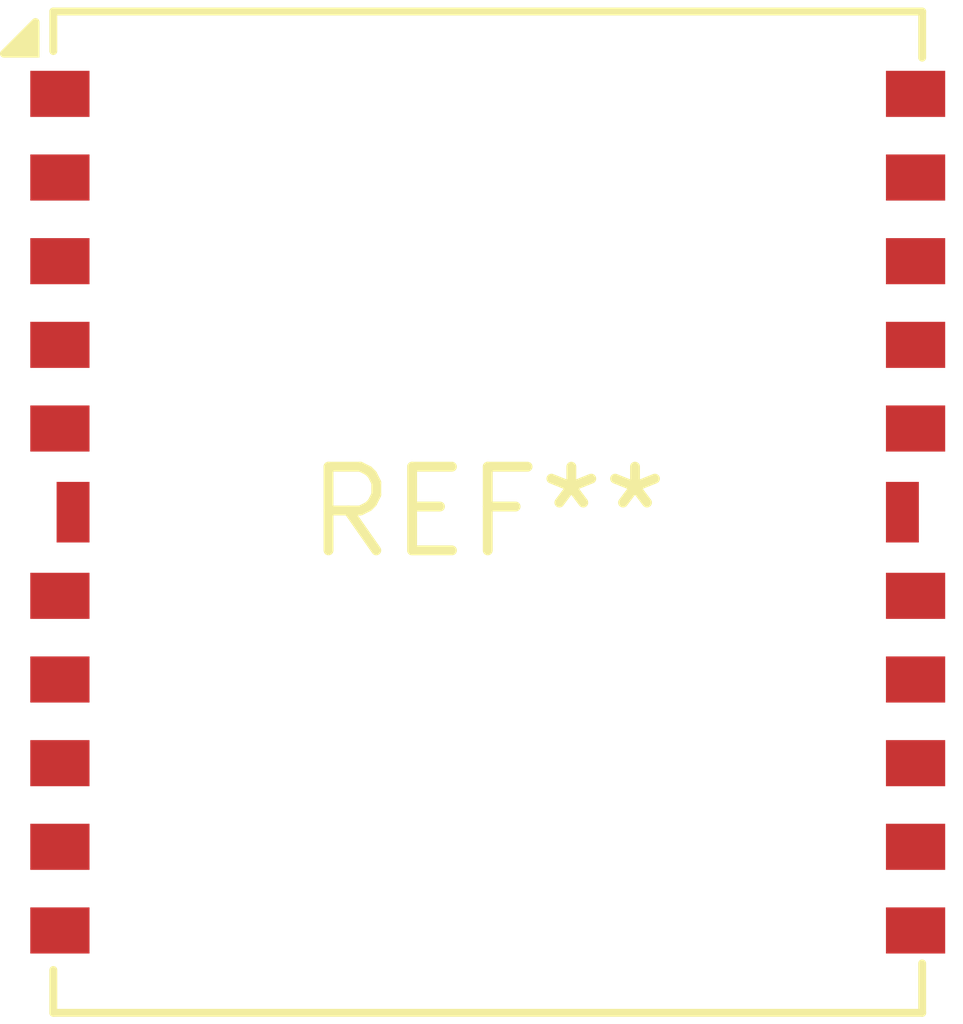
<source format=kicad_pcb>
(kicad_pcb (version 20240108) (generator pcbnew)
  (layers (0 "F.Cu" signal) (31 "B.Cu" signal) (34 "B.Paste" user) (35 "F.Paste" user) (36 "B.SilkS" user "B.Silkscreen") (37 "F.SilkS" user "F.Silkscreen") (38 "B.Mask" user) (39 "F.Mask" user) (44 "Edge.Cuts" user))
  (net 0 "")
  (footprint "Linx_RXM-GPS" (layer "F.Cu") (at 0 0)
    (property "Reference" "REF**")
    (property "Value" "Linx_RXM-GPS")
    (fp_line (start -6.6 -7.6) (end 6.6 -7.6) (layer "F.SilkS") (stroke (width 0.12)))
    (fp_line (start -6.6 -7) (end -6.6 -7.6) (layer "F.SilkS") (stroke (width 0.12)))
    (fp_line (start -6.6 6.95) (end -6.6 7.6) (layer "F.SilkS") (stroke (width 0.12)))
    (fp_line (start -6.6 7.6) (end 6.6 7.6) (layer "F.SilkS") (stroke (width 0.12)))
    (fp_line (start 6.6 -7.6) (end 6.6 -6.9) (layer "F.SilkS") (stroke (width 0.12)))
    (fp_line (start 6.6 7.6) (end 6.6 6.85) (layer "F.SilkS") (stroke (width 0.12)))
    (fp_poly (pts (xy -6.87 -6.96) (xy -6.87 -7.44) (xy -7.35 -6.96)) (layer "F.SilkS") (stroke (width 0.12)) (fill solid))
    (pad "1" smd rect (at -6.5 -6.35 90) (size 0.7 0.9) (layers "F.Cu" "F.Paste" "F.Mask"))
    (pad "2" smd rect (at -6.5 -5.08 90) (size 0.7 0.9) (layers "F.Cu" "F.Paste" "F.Mask"))
    (pad "3" smd rect (at -6.5 -3.81 90) (size 0.7 0.9) (layers "F.Cu" "F.Paste" "F.Mask"))
    (pad "4" smd rect (at -6.5 -2.54 90) (size 0.7 0.9) (layers "F.Cu" "F.Paste" "F.Mask"))
    (pad "5" smd rect (at -6.5 -1.27 90) (size 0.7 0.9) (layers "F.Cu" "F.Paste" "F.Mask"))
    (pad "6" smd rect (at -6.5 1.27 90) (size 0.7 0.9) (layers "F.Cu" "F.Paste" "F.Mask"))
    (pad "7" smd rect (at -6.5 2.54 90) (size 0.7 0.9) (layers "F.Cu" "F.Paste" "F.Mask"))
    (pad "8" smd rect (at -6.5 3.81 90) (size 0.7 0.9) (layers "F.Cu" "F.Paste" "F.Mask"))
    (pad "9" smd rect (at -6.5 5.08 90) (size 0.7 0.9) (layers "F.Cu" "F.Paste" "F.Mask"))
    (pad "10" smd rect (at -6.5 6.35 90) (size 0.7 0.9) (layers "F.Cu" "F.Paste" "F.Mask"))
    (pad "11" smd rect (at 6.5 6.35 90) (size 0.7 0.9) (layers "F.Cu" "F.Paste" "F.Mask"))
    (pad "12" smd rect (at 6.5 5.08 90) (size 0.7 0.9) (layers "F.Cu" "F.Paste" "F.Mask"))
    (pad "13" smd rect (at 6.5 3.81 90) (size 0.7 0.9) (layers "F.Cu" "F.Paste" "F.Mask"))
    (pad "14" smd rect (at 6.5 2.54 90) (size 0.7 0.9) (layers "F.Cu" "F.Paste" "F.Mask"))
    (pad "15" smd rect (at 6.5 1.27 90) (size 0.7 0.9) (layers "F.Cu" "F.Paste" "F.Mask"))
    (pad "16" smd rect (at 6.5 -1.27 90) (size 0.7 0.9) (layers "F.Cu" "F.Paste" "F.Mask"))
    (pad "17" smd rect (at 6.5 -2.54 90) (size 0.7 0.9) (layers "F.Cu" "F.Paste" "F.Mask"))
    (pad "18" smd rect (at 6.5 -3.81 90) (size 0.7 0.9) (layers "F.Cu" "F.Paste" "F.Mask"))
    (pad "19" smd rect (at 6.5 -5.08 90) (size 0.7 0.9) (layers "F.Cu" "F.Paste" "F.Mask"))
    (pad "20" smd rect (at 6.5 -6.35 90) (size 0.7 0.9) (layers "F.Cu" "F.Paste" "F.Mask"))
    (pad "21" smd rect (at -6.3 0 90) (size 0.92 0.5) (layers "F.Cu" "F.Paste" "F.Mask"))
    (pad "22" smd rect (at 6.3 0 90) (size 0.92 0.5) (layers "F.Cu" "F.Paste" "F.Mask"))
  )
)
</source>
